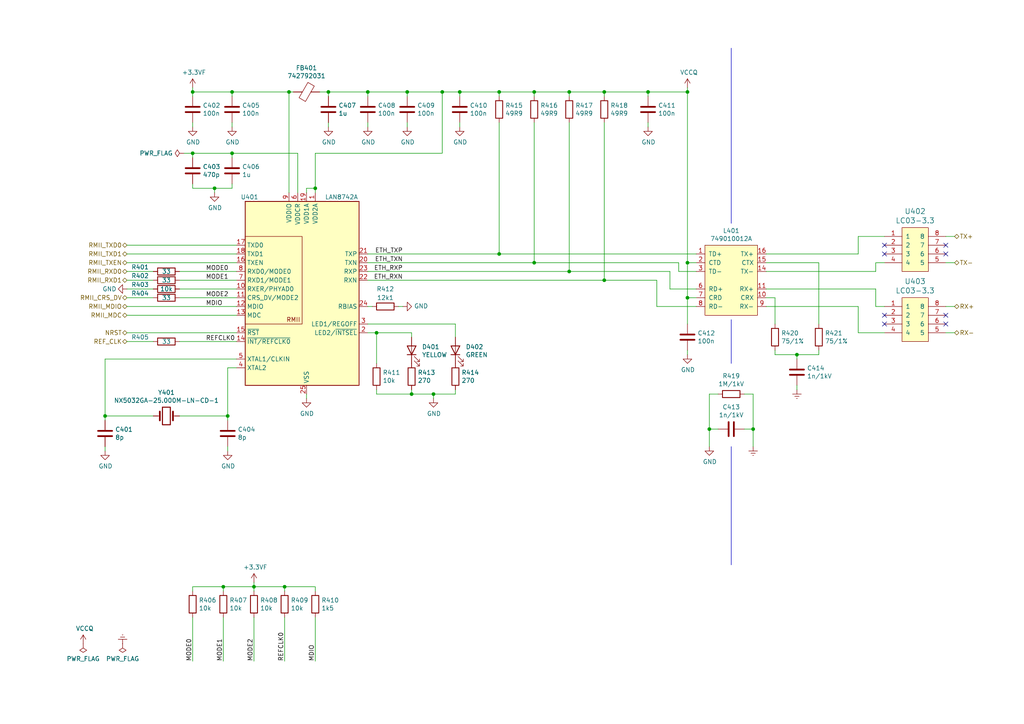
<source format=kicad_sch>
(kicad_sch (version 20231120) (generator "eeschema") (generator_version "8.0")
  (paper "A4")
  (title_block (title "Ethernet") (date "2020-03-07") (rev "1.0"))
  (lib_symbols
    (symbol "ADC_TEST:+3.3VF" (power) (pin_names (offset 0))
      (property "Value" "+3.3VF" (at 0 3.556 0))
      (symbol "+3.3VF_0_1"
        (polyline (pts (xy -0.762 1.27) (xy 0 2.54)))
        (polyline (pts (xy 0 0) (xy 0 2.54)))
        (polyline (pts (xy 0 2.54) (xy 0.762 1.27)))
      )
      (symbol "+3.3VF_1_1"
        (pin power_in line (at 0 0 90) (length 0) hide (name "+3.3VF") (number "1"))
      )
    )
    (symbol "ADC_TEST:749010012A" (pin_names (offset 1.016))
      (property "Reference" "L" (at 0 13.97 0))
      (property "Value" "749010012A" (at 0 11.43 0))
      (symbol "749010012A_0_1"
        (rectangle (start -7.62 10.16) (end 7.62 -10.16) (fill (type background)))
      )
      (symbol "749010012A_1_1"
        (pin bidirectional line (at -10.16 7.62 0) (length 2.54) (name "TD+") (number "1"))
        (pin bidirectional line (at 10.16 -5.08 180) (length 2.54) (name "CRX") (number "10"))
        (pin bidirectional line (at 10.16 -2.54 180) (length 2.54) (name "RX+") (number "11"))
        (pin bidirectional line (at 10.16 2.54 180) (length 2.54) (name "TX-") (number "14"))
        (pin bidirectional line (at 10.16 5.08 180) (length 2.54) (name "CTX") (number "15"))
        (pin bidirectional line (at 10.16 7.62 180) (length 2.54) (name "TX+") (number "16"))
        (pin passive line (at -10.16 5.08 0) (length 2.54) (name "CTD") (number "2"))
        (pin bidirectional line (at -10.16 2.54 0) (length 2.54) (name "TD-") (number "3"))
        (pin bidirectional line (at -10.16 -2.54 0) (length 2.54) (name "RD+") (number "6"))
        (pin passive line (at -10.16 -5.08 0) (length 2.54) (name "CRD") (number "7"))
        (pin bidirectional line (at -10.16 -7.62 0) (length 2.54) (name "RD-") (number "8"))
        (pin bidirectional line (at 10.16 -7.62 180) (length 2.54) (name "RX-") (number "9"))
      )
    )
    (symbol "ADC_TEST:LAN8742"
      (property "Reference" "U" (at -13.97 29.21 0))
      (property "Value" "LAN8742" (at 15.24 29.21 0))
      (symbol "LAN8742_0_0"
        (text "RMII" (at -3.81 -6.35 0) (effects (font (size 1.27 1.27))))
      )
      (symbol "LAN8742_0_1"
        (rectangle (start -17.78 17.78) (end -1.27 -7.62))
        (rectangle (start -17.78 27.94) (end 15.24 -25.4) (stroke (width 0.254)) (fill (type background)))
      )
      (symbol "LAN8742_1_1"
        (pin power_in line (at 2.54 30.48 270) (length 2.54) (name "VDD2A") (number "1"))
        (pin output line (at -20.32 2.54 0) (length 2.54) (name "RXER/PHYAD0") (number "10"))
        (pin output line (at -20.32 0 0) (length 2.54) (name "CRS_DV/MODE2") (number "11"))
        (pin bidirectional line (at -20.32 -2.54 0) (length 2.54) (name "MDIO") (number "12"))
        (pin input line (at -20.32 -5.08 0) (length 2.54) (name "MDC") (number "13"))
        (pin output line (at -20.32 -12.7 0) (length 2.54) (name "~{INT/REFCLK0}") (number "14"))
        (pin input line (at -20.32 -10.16 0) (length 2.54) (name "~{RST}") (number "15"))
        (pin input line (at -20.32 10.16 0) (length 2.54) (name "TXEN") (number "16"))
        (pin input line (at -20.32 15.24 0) (length 2.54) (name "TXD0") (number "17"))
        (pin input line (at -20.32 12.7 0) (length 2.54) (name "TXD1") (number "18"))
        (pin power_in line (at 0 30.48 270) (length 2.54) (name "VDD1A") (number "19"))
        (pin bidirectional line (at 17.78 -10.16 180) (length 2.54) (name "LED2/~{INTSEL}") (number "2"))
        (pin output line (at 17.78 10.16 180) (length 2.54) (name "TXN") (number "20"))
        (pin output line (at 17.78 12.7 180) (length 2.54) (name "TXP") (number "21"))
        (pin output line (at 17.78 5.08 180) (length 2.54) (name "RXN") (number "22"))
        (pin output line (at 17.78 7.62 180) (length 2.54) (name "RXP") (number "23"))
        (pin input line (at 17.78 -2.54 180) (length 2.54) (name "RBIAS") (number "24"))
        (pin passive line (at 0 -27.94 90) (length 2.54) (name "VSS") (number "25"))
        (pin bidirectional line (at 17.78 -7.62 180) (length 2.54) (name "LED1/REGOFF") (number "3"))
        (pin passive line (at -20.32 -20.32 0) (length 2.54) (name "XTAL2") (number "4"))
        (pin passive line (at -20.32 -17.78 0) (length 2.54) (name "XTAL1/CLKIN") (number "5"))
        (pin power_in line (at -2.54 30.48 270) (length 2.54) (name "VDDCR") (number "6"))
        (pin output line (at -20.32 5.08 0) (length 2.54) (name "RXD1/MODE1") (number "7"))
        (pin output line (at -20.32 7.62 0) (length 2.54) (name "RXD0/MODE0") (number "8"))
        (pin power_in line (at -5.08 30.48 270) (length 2.54) (name "VDDIO") (number "9"))
      )
    )
    (symbol "ADC_TEST:LC03-3.3" (pin_names (offset 1.016))
      (property "Reference" "U" (at -2.54 7.62 0))
      (property "Value" "LC03-3.3" (at 0 -8.255 0))
      (symbol "LC03-3.3_0_1"
        (rectangle (start -3.81 6.35) (end 3.81 -6.35) (fill (type background)))
        (rectangle (start 3.81 -6.35) (end 3.81 -6.35))
      )
      (symbol "LC03-3.3_1_1"
        (pin bidirectional line (at -8.89 3.81 0) (length 5.08) (name "1") (number "1"))
        (pin bidirectional line (at -8.89 1.27 0) (length 5.08) (name "2") (number "2"))
        (pin bidirectional line (at -8.89 -1.27 0) (length 5.08) (name "3") (number "3"))
        (pin bidirectional line (at -8.89 -3.81 0) (length 5.08) (name "4") (number "4"))
        (pin bidirectional line (at 8.89 -3.81 180) (length 5.08) (name "5") (number "5"))
        (pin bidirectional line (at 8.89 -1.27 180) (length 5.08) (name "6") (number "6"))
        (pin bidirectional line (at 8.89 1.27 180) (length 5.08) (name "7") (number "7"))
        (pin bidirectional line (at 8.89 3.81 180) (length 5.08) (name "8") (number "8"))
      )
    )
    (symbol "ADC_Test-rescue:Ferrite_Bead-Device" (pin_numbers hide) (pin_names (offset 0))
      (property "Reference" "FB" (at -3.81 0.635 90))
      (property "Value" "Device_Ferrite_Bead" (at 3.81 0 90))
      (symbol "Ferrite_Bead-Device_0_1"
        (polyline (pts (xy 0 -1.27) (xy 0 -1.2192)))
        (polyline (pts (xy 0 1.27) (xy 0 1.2954)))
        (polyline (pts (xy -2.7686 0.4064) (xy -1.7018 2.2606) (xy 2.7686 -0.3048) (xy 1.6764 -2.159) (xy -2.7686 0.4064)))
      )
      (symbol "Ferrite_Bead-Device_1_1"
        (pin passive line (at 0 3.81 270) (length 2.54) (name "~") (number "1"))
        (pin passive line (at 0 -3.81 90) (length 2.54) (name "~") (number "2"))
      )
    )
    (symbol "Device:C" (pin_numbers hide) (pin_names (offset 0.254))
      (property "Reference" "C" (at 0.635 2.54 0))
      (property "Value" "C" (at 0.635 -2.54 0))
      (symbol "C_0_1"
        (polyline (pts (xy -2.032 -0.762) (xy 2.032 -0.762)) (stroke (width 0.508)))
        (polyline (pts (xy -2.032 0.762) (xy 2.032 0.762)) (stroke (width 0.508)))
      )
      (symbol "C_1_1"
        (pin passive line (at 0 3.81 270) (length 2.794) (name "~") (number "1"))
        (pin passive line (at 0 -3.81 90) (length 2.794) (name "~") (number "2"))
      )
    )
    (symbol "Device:Crystal" (pin_numbers hide) (pin_names (offset 1.016) hide)
      (property "Reference" "Y" (at 0 3.81 0))
      (property "Value" "Crystal" (at 0 -3.81 0))
      (symbol "Crystal_0_1"
        (rectangle (start -1.143 2.54) (end 1.143 -2.54) (stroke (width 0.3048)))
        (polyline (pts (xy -2.54 0) (xy -1.905 0)))
        (polyline (pts (xy -1.905 -1.27) (xy -1.905 1.27)) (stroke (width 0.508)))
        (polyline (pts (xy 1.905 -1.27) (xy 1.905 1.27)) (stroke (width 0.508)))
        (polyline (pts (xy 2.54 0) (xy 1.905 0)))
      )
      (symbol "Crystal_1_1"
        (pin passive line (at -3.81 0 0) (length 1.27) (name "1") (number "1"))
        (pin passive line (at 3.81 0 180) (length 1.27) (name "2") (number "2"))
      )
    )
    (symbol "Device:LED" (pin_numbers hide) (pin_names (offset 1.016) hide)
      (property "Reference" "D" (at 0 2.54 0))
      (property "Value" "LED" (at 0 -2.54 0))
      (symbol "LED_0_1"
        (polyline (pts (xy -1.27 -1.27) (xy -1.27 1.27)) (stroke (width 0.254)))
        (polyline (pts (xy -1.27 0) (xy 1.27 0)))
        (polyline (pts (xy 1.27 -1.27) (xy 1.27 1.27) (xy -1.27 0) (xy 1.27 -1.27)) (stroke (width 0.254)))
        (polyline (pts (xy -3.048 -0.762) (xy -4.572 -2.286) (xy -3.81 -2.286) (xy -4.572 -2.286) (xy -4.572 -1.524)))
        (polyline (pts (xy -1.778 -0.762) (xy -3.302 -2.286) (xy -2.54 -2.286) (xy -3.302 -2.286) (xy -3.302 -1.524)))
      )
      (symbol "LED_1_1"
        (pin passive line (at -3.81 0 0) (length 2.54) (name "K") (number "1"))
        (pin passive line (at 3.81 0 180) (length 2.54) (name "A") (number "2"))
      )
    )
    (symbol "Device:R" (pin_numbers hide) (pin_names (offset 0))
      (property "Reference" "R" (at 2.032 0 90))
      (property "Value" "R" (at 0 0 90))
      (symbol "R_0_1"
        (rectangle (start -1.016 -2.54) (end 1.016 2.54) (stroke (width 0.254)))
      )
      (symbol "R_1_1"
        (pin passive line (at 0 3.81 270) (length 1.27) (name "~") (number "1"))
        (pin passive line (at 0 -3.81 90) (length 1.27) (name "~") (number "2"))
      )
    )
    (symbol "power:Earth" (power) (pin_names (offset 0))
      (symbol "Earth_0_1"
        (polyline (pts (xy -0.635 -1.905) (xy 0.635 -1.905)))
        (polyline (pts (xy -0.127 -2.54) (xy 0.127 -2.54)))
        (polyline (pts (xy 0 -1.27) (xy 0 0)))
        (polyline (pts (xy 1.27 -1.27) (xy -1.27 -1.27)))
      )
      (symbol "Earth_1_1"
        (pin power_in line (at 0 0 270) (length 0) hide (name "Earth") (number "1"))
      )
    )
    (symbol "power:GND" (power) (pin_names (offset 0))
      (property "Value" "GND" (at 0 -3.81 0))
      (symbol "GND_0_1"
        (polyline (pts (xy 0 0) (xy 0 -1.27) (xy 1.27 -1.27) (xy 0 -2.54) (xy -1.27 -1.27) (xy 0 -1.27)))
      )
      (symbol "GND_1_1"
        (pin power_in line (at 0 0 270) (length 0) hide (name "GND") (number "1"))
      )
    )
    (symbol "power:PWR_FLAG" (power) (pin_numbers hide) (pin_names (offset 0) hide)
      (property "Value" "PWR_FLAG" (at 0 3.81 0))
      (symbol "PWR_FLAG_0_0"
        (pin power_out line (at 0 0 90) (length 0) (name "pwr") (number "1"))
      )
      (symbol "PWR_FLAG_0_1"
        (polyline (pts (xy 0 0) (xy 0 1.27) (xy -1.016 1.905) (xy 0 2.54) (xy 1.016 1.905) (xy 0 1.27)))
      )
    )
    (symbol "power:VCCQ" (power) (pin_names (offset 0))
      (property "Value" "VCCQ" (at 0 3.81 0))
      (symbol "VCCQ_0_1"
        (polyline (pts (xy -0.762 1.27) (xy 0 2.54)))
        (polyline (pts (xy 0 0) (xy 0 2.54)))
        (polyline (pts (xy 0 2.54) (xy 0.762 1.27)))
      )
      (symbol "VCCQ_1_1"
        (pin power_in line (at 0 0 90) (length 0) hide (name "VCCQ") (number "1"))
      )
    )
  )
  (junction (at 55.88 26.67))
  (junction (at 144.78 26.67))
  (junction (at 175.26 26.67))
  (junction (at 67.31 44.45))
  (junction (at 118.11 26.67))
  (junction (at 125.73 114.3))
  (junction (at 199.39 26.67))
  (junction (at 62.23 54.61))
  (junction (at 218.44 124.46))
  (junction (at 91.44 54.61))
  (junction (at 95.25 26.67))
  (junction (at 205.74 124.46))
  (junction (at 106.68 26.67))
  (junction (at 175.26 81.28))
  (junction (at 128.27 26.67))
  (junction (at 199.39 76.2))
  (junction (at 165.1 78.74))
  (junction (at 66.04 120.65))
  (junction (at 82.55 170.18))
  (junction (at 109.22 96.52))
  (junction (at 67.31 26.67))
  (junction (at 64.77 170.18))
  (junction (at 165.1 26.67))
  (junction (at 55.88 44.45))
  (junction (at 73.66 170.18))
  (junction (at 231.14 102.87))
  (junction (at 154.94 26.67))
  (junction (at 199.39 86.36))
  (junction (at 83.82 26.67))
  (junction (at 154.94 76.2))
  (junction (at 187.96 26.67))
  (junction (at 119.38 114.3))
  (junction (at 133.35 26.67))
  (junction (at 30.48 120.65))
  (junction (at 144.78 73.66))
  (no_connect (at 274.32 91.44))
  (no_connect (at 274.32 71.12))
  (no_connect (at 256.54 71.12))
  (no_connect (at 256.54 93.98))
  (no_connect (at 274.32 93.98))
  (no_connect (at 256.54 73.66))
  (no_connect (at 256.54 91.44))
  (no_connect (at 274.32 73.66))
  (wire (pts (xy 64.77 171.45) (xy 64.77 170.18)))
  (wire (pts (xy 55.88 27.94) (xy 55.88 26.67)))
  (wire (pts (xy 224.79 101.6) (xy 224.79 102.87)))
  (wire (pts (xy 187.96 36.83) (xy 187.96 35.56)))
  (wire (pts (xy 36.83 88.9) (xy 68.58 88.9)))
  (wire (pts (xy 52.07 120.65) (xy 66.04 120.65)))
  (wire (pts (xy 30.48 104.14) (xy 30.48 120.65)))
  (wire (pts (xy 205.74 129.54) (xy 205.74 124.46)))
  (wire (pts (xy 52.07 78.74) (xy 68.58 78.74)))
  (wire (pts (xy 91.44 44.45) (xy 128.27 44.45)))
  (wire (pts (xy 154.94 27.94) (xy 154.94 26.67)))
  (wire (pts (xy 194.31 83.82) (xy 201.93 83.82)))
  (wire (pts (xy 44.45 78.74) (xy 36.83 78.74)))
  (wire (pts (xy 165.1 78.74) (xy 194.31 78.74)))
  (wire (pts (xy 82.55 171.45) (xy 82.55 170.18)))
  (wire (pts (xy 36.83 73.66) (xy 68.58 73.66)))
  (wire (pts (xy 274.32 96.52) (xy 276.86 96.52)))
  (wire (pts (xy 55.88 171.45) (xy 55.88 170.18)))
  (wire (pts (xy 144.78 35.56) (xy 144.78 73.66)))
  (wire (pts (xy 52.07 86.36) (xy 68.58 86.36)))
  (wire (pts (xy 55.88 36.83) (xy 55.88 35.56)))
  (wire (pts (xy 62.23 55.88) (xy 62.23 54.61)))
  (wire (pts (xy 64.77 179.07) (xy 64.77 191.77)))
  (polyline (pts (xy 212.09 105.41) (xy 212.09 92.71)))
  (wire (pts (xy 218.44 129.54) (xy 218.44 124.46)))
  (wire (pts (xy 73.66 168.91) (xy 73.66 170.18)))
  (wire (pts (xy 88.9 55.88) (xy 88.9 54.61)))
  (wire (pts (xy 231.14 104.14) (xy 231.14 102.87)))
  (wire (pts (xy 109.22 96.52) (xy 119.38 96.52)))
  (wire (pts (xy 196.85 78.74) (xy 201.93 78.74)))
  (wire (pts (xy 106.68 93.98) (xy 132.08 93.98)))
  (wire (pts (xy 36.83 91.44) (xy 68.58 91.44)))
  (wire (pts (xy 215.9 114.3) (xy 218.44 114.3)))
  (wire (pts (xy 30.48 120.65) (xy 44.45 120.65)))
  (wire (pts (xy 144.78 27.94) (xy 144.78 26.67)))
  (wire (pts (xy 73.66 170.18) (xy 73.66 171.45)))
  (wire (pts (xy 119.38 114.3) (xy 109.22 114.3)))
  (wire (pts (xy 190.5 88.9) (xy 201.93 88.9)))
  (wire (pts (xy 55.88 54.61) (xy 62.23 54.61)))
  (wire (pts (xy 55.88 26.67) (xy 67.31 26.67)))
  (wire (pts (xy 199.39 76.2) (xy 201.93 76.2)))
  (wire (pts (xy 237.49 93.98) (xy 237.49 76.2)))
  (wire (pts (xy 67.31 44.45) (xy 86.36 44.45)))
  (wire (pts (xy 95.25 26.67) (xy 92.71 26.67)))
  (wire (pts (xy 55.88 44.45) (xy 67.31 44.45)))
  (wire (pts (xy 55.88 25.4) (xy 55.88 26.67)))
  (wire (pts (xy 205.74 114.3) (xy 205.74 124.46)))
  (wire (pts (xy 67.31 27.94) (xy 67.31 26.67)))
  (wire (pts (xy 190.5 81.28) (xy 190.5 88.9)))
  (wire (pts (xy 91.44 170.18) (xy 82.55 170.18)))
  (wire (pts (xy 66.04 120.65) (xy 66.04 106.68)))
  (wire (pts (xy 106.68 26.67) (xy 95.25 26.67)))
  (wire (pts (xy 83.82 55.88) (xy 83.82 26.67)))
  (wire (pts (xy 107.95 88.9) (xy 106.68 88.9)))
  (wire (pts (xy 106.68 76.2) (xy 154.94 76.2)))
  (wire (pts (xy 254 83.82) (xy 254 88.9)))
  (wire (pts (xy 118.11 27.94) (xy 118.11 26.67)))
  (wire (pts (xy 52.07 81.28) (xy 68.58 81.28)))
  (wire (pts (xy 248.92 68.58) (xy 256.54 68.58)))
  (wire (pts (xy 154.94 26.67) (xy 165.1 26.67)))
  (wire (pts (xy 154.94 76.2) (xy 196.85 76.2)))
  (wire (pts (xy 82.55 170.18) (xy 73.66 170.18)))
  (wire (pts (xy 119.38 113.03) (xy 119.38 114.3)))
  (wire (pts (xy 208.28 114.3) (xy 205.74 114.3)))
  (wire (pts (xy 91.44 54.61) (xy 91.44 44.45)))
  (wire (pts (xy 106.68 96.52) (xy 109.22 96.52)))
  (wire (pts (xy 231.14 111.76) (xy 231.14 113.03)))
  (wire (pts (xy 109.22 114.3) (xy 109.22 113.03)))
  (wire (pts (xy 73.66 179.07) (xy 73.66 191.77)))
  (wire (pts (xy 66.04 106.68) (xy 68.58 106.68)))
  (wire (pts (xy 132.08 97.79) (xy 132.08 93.98)))
  (wire (pts (xy 67.31 26.67) (xy 83.82 26.67)))
  (wire (pts (xy 83.82 26.67) (xy 85.09 26.67)))
  (wire (pts (xy 187.96 26.67) (xy 199.39 26.67)))
  (wire (pts (xy 248.92 88.9) (xy 248.92 96.52)))
  (wire (pts (xy 106.68 78.74) (xy 165.1 78.74)))
  (wire (pts (xy 199.39 26.67) (xy 199.39 76.2)))
  (wire (pts (xy 64.77 170.18) (xy 73.66 170.18)))
  (wire (pts (xy 165.1 26.67) (xy 175.26 26.67)))
  (wire (pts (xy 218.44 124.46) (xy 215.9 124.46)))
  (wire (pts (xy 55.88 44.45) (xy 55.88 45.72)))
  (wire (pts (xy 254 78.74) (xy 254 76.2)))
  (wire (pts (xy 231.14 102.87) (xy 237.49 102.87)))
  (wire (pts (xy 62.23 54.61) (xy 67.31 54.61)))
  (wire (pts (xy 254 76.2) (xy 256.54 76.2)))
  (wire (pts (xy 224.79 93.98) (xy 224.79 86.36)))
  (wire (pts (xy 154.94 35.56) (xy 154.94 76.2)))
  (wire (pts (xy 67.31 36.83) (xy 67.31 35.56)))
  (wire (pts (xy 53.34 44.45) (xy 55.88 44.45)))
  (wire (pts (xy 175.26 81.28) (xy 190.5 81.28)))
  (wire (pts (xy 52.07 83.82) (xy 68.58 83.82)))
  (wire (pts (xy 36.83 83.82) (xy 44.45 83.82)))
  (wire (pts (xy 144.78 73.66) (xy 201.93 73.66)))
  (wire (pts (xy 199.39 102.87) (xy 199.39 101.6)))
  (wire (pts (xy 91.44 54.61) (xy 91.44 55.88)))
  (wire (pts (xy 55.88 179.07) (xy 55.88 191.77)))
  (wire (pts (xy 199.39 86.36) (xy 201.93 86.36)))
  (wire (pts (xy 52.07 99.06) (xy 68.58 99.06)))
  (wire (pts (xy 30.48 121.92) (xy 30.48 120.65)))
  (wire (pts (xy 248.92 73.66) (xy 248.92 68.58)))
  (wire (pts (xy 133.35 27.94) (xy 133.35 26.67)))
  (wire (pts (xy 67.31 45.72) (xy 67.31 44.45)))
  (wire (pts (xy 125.73 114.3) (xy 132.08 114.3)))
  (wire (pts (xy 66.04 121.92) (xy 66.04 120.65)))
  (wire (pts (xy 237.49 102.87) (xy 237.49 101.6)))
  (wire (pts (xy 175.26 35.56) (xy 175.26 81.28)))
  (wire (pts (xy 237.49 76.2) (xy 222.25 76.2)))
  (wire (pts (xy 82.55 179.07) (xy 82.55 191.77)))
  (wire (pts (xy 36.83 96.52) (xy 68.58 96.52)))
  (wire (pts (xy 36.83 71.12) (xy 68.58 71.12)))
  (wire (pts (xy 165.1 35.56) (xy 165.1 78.74)))
  (wire (pts (xy 106.68 36.83) (xy 106.68 35.56)))
  (wire (pts (xy 36.83 81.28) (xy 44.45 81.28)))
  (wire (pts (xy 274.32 88.9) (xy 276.86 88.9)))
  (wire (pts (xy 30.48 129.54) (xy 30.48 130.81)))
  (wire (pts (xy 67.31 54.61) (xy 67.31 53.34)))
  (wire (pts (xy 196.85 76.2) (xy 196.85 78.74)))
  (wire (pts (xy 132.08 114.3) (xy 132.08 113.03)))
  (wire (pts (xy 119.38 97.79) (xy 119.38 96.52)))
  (wire (pts (xy 133.35 36.83) (xy 133.35 35.56)))
  (wire (pts (xy 133.35 26.67) (xy 144.78 26.67)))
  (wire (pts (xy 95.25 27.94) (xy 95.25 26.67)))
  (wire (pts (xy 36.83 76.2) (xy 68.58 76.2)))
  (wire (pts (xy 222.25 78.74) (xy 254 78.74)))
  (wire (pts (xy 119.38 114.3) (xy 125.73 114.3)))
  (wire (pts (xy 274.32 68.58) (xy 276.86 68.58)))
  (wire (pts (xy 194.31 78.74) (xy 194.31 83.82)))
  (wire (pts (xy 222.25 83.82) (xy 254 83.82)))
  (wire (pts (xy 199.39 93.98) (xy 199.39 86.36)))
  (wire (pts (xy 91.44 179.07) (xy 91.44 191.77)))
  (wire (pts (xy 68.58 104.14) (xy 30.48 104.14)))
  (wire (pts (xy 36.83 86.36) (xy 44.45 86.36)))
  (wire (pts (xy 199.39 86.36) (xy 199.39 76.2)))
  (wire (pts (xy 95.25 36.83) (xy 95.25 35.56)))
  (wire (pts (xy 106.68 27.94) (xy 106.68 26.67)))
  (wire (pts (xy 86.36 44.45) (xy 86.36 55.88)))
  (wire (pts (xy 118.11 36.83) (xy 118.11 35.56)))
  (wire (pts (xy 254 88.9) (xy 256.54 88.9)))
  (wire (pts (xy 55.88 170.18) (xy 64.77 170.18)))
  (wire (pts (xy 55.88 53.34) (xy 55.88 54.61)))
  (wire (pts (xy 248.92 96.52) (xy 256.54 96.52)))
  (wire (pts (xy 175.26 26.67) (xy 187.96 26.67)))
  (wire (pts (xy 224.79 102.87) (xy 231.14 102.87)))
  (wire (pts (xy 128.27 44.45) (xy 128.27 26.67)))
  (wire (pts (xy 109.22 105.41) (xy 109.22 96.52)))
  (wire (pts (xy 222.25 73.66) (xy 248.92 73.66)))
  (wire (pts (xy 66.04 130.81) (xy 66.04 129.54)))
  (polyline (pts (xy 212.09 163.83) (xy 212.09 129.54)))
  (wire (pts (xy 205.74 124.46) (xy 208.28 124.46)))
  (wire (pts (xy 187.96 27.94) (xy 187.96 26.67)))
  (wire (pts (xy 106.68 73.66) (xy 144.78 73.66)))
  (wire (pts (xy 116.84 88.9) (xy 115.57 88.9)))
  (wire (pts (xy 128.27 26.67) (xy 133.35 26.67)))
  (wire (pts (xy 274.32 76.2) (xy 276.86 76.2)))
  (wire (pts (xy 88.9 54.61) (xy 91.44 54.61)))
  (wire (pts (xy 175.26 27.94) (xy 175.26 26.67)))
  (wire (pts (xy 106.68 81.28) (xy 175.26 81.28)))
  (polyline (pts (xy 212.09 64.77) (xy 212.09 13.97)))
  (wire (pts (xy 118.11 26.67) (xy 106.68 26.67)))
  (wire (pts (xy 125.73 115.57) (xy 125.73 114.3)))
  (wire (pts (xy 91.44 171.45) (xy 91.44 170.18)))
  (wire (pts (xy 222.25 88.9) (xy 248.92 88.9)))
  (wire (pts (xy 88.9 115.57) (xy 88.9 114.3)))
  (wire (pts (xy 199.39 25.4) (xy 199.39 26.67)))
  (wire (pts (xy 165.1 27.94) (xy 165.1 26.67)))
  (wire (pts (xy 128.27 26.67) (xy 118.11 26.67)))
  (wire (pts (xy 36.83 99.06) (xy 44.45 99.06)))
  (wire (pts (xy 144.78 26.67) (xy 154.94 26.67)))
  (wire (pts (xy 218.44 114.3) (xy 218.44 124.46)))
  (wire (pts (xy 224.79 86.36) (xy 222.25 86.36)))
  (label "MODE1" (at 59.69 81.28 0))
  (label "ETH_TXP" (at 116.84 73.66 180))
  (label "ETH_RXP" (at 116.84 78.74 180))
  (label "MDIO" (at 59.69 88.9 0))
  (label "ETH_RXN" (at 116.84 81.28 180))
  (label "MDIO" (at 91.44 191.77 90))
  (label "MODE2" (at 59.69 86.36 0))
  (label "MODE0" (at 55.88 191.77 90))
  (label "REFCLK0" (at 82.55 191.77 90))
  (label "ETH_TXN" (at 116.84 76.2 180))
  (label "MODE0" (at 59.69 78.74 0))
  (label "MODE1" (at 64.77 191.77 90))
  (label "MODE2" (at 73.66 191.77 90))
  (label "REFCLK0" (at 59.69 99.06 0))
  (hierarchical_label "RX+" (shape bidirectional) (at 276.86 88.9 0))
  (hierarchical_label "RMII_TXD1" (shape bidirectional) (at 36.83 73.66 180))
  (hierarchical_label "NRST" (shape bidirectional) (at 36.83 96.52 180))
  (hierarchical_label "RMII_CRS_DV" (shape bidirectional) (at 36.83 86.36 180))
  (hierarchical_label "REF_CLK" (shape bidirectional) (at 36.83 99.06 180))
  (hierarchical_label "TX+" (shape bidirectional) (at 276.86 68.58 0))
  (hierarchical_label "RMII_RXD1" (shape bidirectional) (at 36.83 81.28 180))
  (hierarchical_label "RMII_TXEN" (shape bidirectional) (at 36.83 76.2 180))
  (hierarchical_label "RMII_MDC" (shape bidirectional) (at 36.83 91.44 180))
  (hierarchical_label "RMII_TXD0" (shape bidirectional) (at 36.83 71.12 180))
  (hierarchical_label "RMII_MDIO" (shape bidirectional) (at 36.83 88.9 180))
  (hierarchical_label "TX-" (shape bidirectional) (at 276.86 76.2 0))
  (hierarchical_label "RX-" (shape bidirectional) (at 276.86 96.52 0))
  (hierarchical_label "RMII_RXD0" (shape bidirectional) (at 36.83 78.74 180))
  (symbol (lib_id "ADC_TEST:LAN8742") (at 88.9 86.36 0) (unit 1)
    (property "Reference" "U401" (at 72.39 57.15 0))
    (property "Value" "LAN8742A" (at 99.06 57.15 0))
    (property "Footprint" "Package_DFN_QFN:QFN-24-1EP_4x4mm_P0.5mm_EP2.6x2.6mm_ThermalVias" (effects (hide yes)))
    (property "Datasheet" "http://ww1.microchip.com/downloads/en/DeviceDoc/8720a.pdf" (effects (hide yes)))
  )
  (symbol (lib_id "Device:R") (at 111.76 88.9 270) (unit 1)
    (property "Reference" "R412" (at 111.76 83.82 90))
    (property "Value" "12k1" (at 111.76 86.36 90))
    (property "Footprint" "Resistor_SMD:R_0603_1608Metric_Pad1.05x0.95mm_HandSolder" (effects (hide yes)))
  )
  (symbol (lib_id "Device:LED") (at 119.38 101.6 90) (unit 1)
    (property "Reference" "D401" (at 122.3772 100.6094 90) (effects (justify right)))
    (property "Value" "YELLOW" (at 122.3772 102.9208 90) (effects (justify right)))
    (property "Footprint" "LED_SMD:LED_0603_1608Metric_Pad1.05x0.95mm_HandSolder" (effects (hide yes)))
  )
  (symbol (lib_id "Device:LED") (at 132.08 101.6 90) (unit 1)
    (property "Reference" "D402" (at 135.0772 100.6094 90) (effects (justify right)))
    (property "Value" "GREEN" (at 135.0772 102.9208 90) (effects (justify right)))
    (property "Footprint" "LED_SMD:LED_0603_1608Metric_Pad1.05x0.95mm_HandSolder" (effects (hide yes)))
  )
  (symbol (lib_id "Device:R") (at 119.38 109.22 0) (unit 1)
    (property "Reference" "R413" (at 121.158 108.0516 0) (effects (justify left)))
    (property "Value" "270" (at 121.158 110.363 0) (effects (justify left)))
    (property "Footprint" "Resistor_SMD:R_0603_1608Metric_Pad1.05x0.95mm_HandSolder" (effects (hide yes)))
  )
  (symbol (lib_id "Device:R") (at 132.08 109.22 0) (unit 1)
    (property "Reference" "R414" (at 133.858 108.0516 0) (effects (justify left)))
    (property "Value" "270" (at 133.858 110.363 0) (effects (justify left)))
    (property "Footprint" "Resistor_SMD:R_0603_1608Metric_Pad1.05x0.95mm_HandSolder" (effects (hide yes)))
  )
  (symbol (lib_id "Device:C") (at 55.88 49.53 0) (unit 1)
    (property "Reference" "C403" (at 58.801 48.3616 0) (effects (justify left)))
    (property "Value" "470p" (at 58.801 50.673 0) (effects (justify left)))
    (property "Footprint" "Capacitor_SMD:C_0603_1608Metric_Pad1.05x0.95mm_HandSolder" (effects (hide yes)))
  )
  (symbol (lib_id "Device:C") (at 67.31 49.53 0) (unit 1)
    (property "Reference" "C406" (at 70.231 48.3616 0) (effects (justify left)))
    (property "Value" "1u" (at 70.231 50.673 0) (effects (justify left)))
    (property "Footprint" "Capacitor_SMD:C_0603_1608Metric_Pad1.05x0.95mm_HandSolder" (effects (hide yes)))
  )
  (symbol (lib_id "power:PWR_FLAG") (at 53.34 44.45 90) (unit 1)
    (property "Reference" "#FLG0403" (effects (hide yes)))
    (property "Value" "PWR_FLAG" (at 50.1142 44.45 90) (effects (justify left)))
  )
  (symbol (lib_id "ADC_TEST:749010012A") (at 212.09 81.28 0) (unit 1)
    (property "Reference" "L401" (at 212.09 66.929 0))
    (property "Value" "749010012A" (at 212.09 69.2404 0))
    (property "Footprint" "ADC_TEST:749010012A" (effects (hide yes)))
  )
  (symbol (lib_id "Device:C") (at 199.39 97.79 0) (unit 1)
    (property "Reference" "C412" (at 202.311 96.6216 0) (effects (justify left)))
    (property "Value" "100n" (at 202.311 98.933 0) (effects (justify left)))
    (property "Footprint" "Capacitor_SMD:C_0603_1608Metric_Pad1.05x0.95mm_HandSolder" (effects (hide yes)))
  )
  (symbol (lib_id "Device:R") (at 224.79 97.79 0) (unit 1)
    (property "Reference" "R420" (at 226.568 96.6216 0) (effects (justify left)))
    (property "Value" "75/1%" (at 226.568 98.933 0) (effects (justify left)))
    (property "Footprint" "Resistor_SMD:R_0603_1608Metric_Pad1.05x0.95mm_HandSolder" (effects (hide yes)))
  )
  (symbol (lib_id "Device:R") (at 237.49 97.79 0) (unit 1)
    (property "Reference" "R421" (at 239.268 96.6216 0) (effects (justify left)))
    (property "Value" "75/1%" (at 239.268 98.933 0) (effects (justify left)))
    (property "Footprint" "Resistor_SMD:R_0603_1608Metric_Pad1.05x0.95mm_HandSolder" (effects (hide yes)))
  )
  (symbol (lib_id "Device:C") (at 231.14 107.95 0) (unit 1)
    (property "Reference" "C414" (at 234.061 106.7816 0) (effects (justify left)))
    (property "Value" "1n/1kV" (at 234.061 109.093 0) (effects (justify left)))
    (property "Footprint" "Capacitor_SMD:C_1206_3216Metric_Pad1.42x1.75mm_HandSolder" (effects (hide yes)))
  )
  (symbol (lib_id "power:Earth") (at 231.14 113.03 0) (unit 1)
    (property "Reference" "#PWR0423" (effects (hide yes)))
    (property "Value" "Earth" (effects (hide yes)))
  )
  (symbol (lib_id "Device:R") (at 212.09 114.3 270) (unit 1)
    (property "Reference" "R419" (at 212.09 109.0422 90))
    (property "Value" "1M/1kV" (at 212.09 111.3536 90))
    (property "Footprint" "Resistor_SMD:R_1206_3216Metric_Pad1.42x1.75mm_HandSolder" (effects (hide yes)))
  )
  (symbol (lib_id "Device:C") (at 212.09 124.46 270) (unit 1)
    (property "Reference" "C413" (at 212.09 118.0592 90))
    (property "Value" "1n/1kV" (at 212.09 120.3706 90))
    (property "Footprint" "Capacitor_SMD:C_1206_3216Metric_Pad1.42x1.75mm_HandSolder" (effects (hide yes)))
  )
  (symbol (lib_id "power:Earth") (at 218.44 129.54 0) (unit 1)
    (property "Reference" "#PWR0422" (effects (hide yes)))
    (property "Value" "Earth" (effects (hide yes)))
  )
  (symbol (lib_id "ADC_TEST:LC03-3.3") (at 265.43 72.39 0) (unit 1)
    (property "Reference" "U402" (at 265.43 61.2902 0) (effects (font (size 1.524 1.524))))
    (property "Value" "LC03-3.3" (at 265.43 63.9826 0) (effects (font (size 1.524 1.524))))
    (property "Footprint" "ADC_TEST:SO8E" (effects (hide yes)))
  )
  (symbol (lib_id "ADC_TEST:LC03-3.3") (at 265.43 92.71 0) (unit 1)
    (property "Reference" "U403" (at 265.43 81.6102 0) (effects (font (size 1.524 1.524))))
    (property "Value" "LC03-3.3" (at 265.43 84.3026 0) (effects (font (size 1.524 1.524))))
    (property "Footprint" "ADC_TEST:SO8E" (effects (hide yes)))
  )
  (symbol (lib_id "Device:C") (at 55.88 31.75 0) (unit 1)
    (property "Reference" "C402" (at 58.801 30.5816 0) (effects (justify left)))
    (property "Value" "100n" (at 58.801 32.893 0) (effects (justify left)))
    (property "Footprint" "Capacitor_SMD:C_0603_1608Metric_Pad1.05x0.95mm_HandSolder" (effects (hide yes)))
  )
  (symbol (lib_id "Device:C") (at 67.31 31.75 0) (unit 1)
    (property "Reference" "C405" (at 70.231 30.5816 0) (effects (justify left)))
    (property "Value" "100n" (at 70.231 32.893 0) (effects (justify left)))
    (property "Footprint" "Capacitor_SMD:C_0603_1608Metric_Pad1.05x0.95mm_HandSolder" (effects (hide yes)))
  )
  (symbol (lib_id "ADC_Test-rescue:Ferrite_Bead-Device") (at 88.9 26.67 270) (unit 1)
    (property "Reference" "FB401" (at 88.9 19.7104 90))
    (property "Value" "742792031" (at 88.9 22.0218 90))
    (property "Footprint" "Inductor_SMD:L_0805_2012Metric_Pad1.15x1.40mm_HandSolder" (effects (hide yes)))
  )
  (symbol (lib_id "Device:C") (at 95.25 31.75 0) (unit 1)
    (property "Reference" "C407" (at 98.171 30.5816 0) (effects (justify left)))
    (property "Value" "1u" (at 98.171 32.893 0) (effects (justify left)))
    (property "Footprint" "Capacitor_SMD:C_0603_1608Metric_Pad1.05x0.95mm_HandSolder" (effects (hide yes)))
  )
  (symbol (lib_id "Device:C") (at 106.68 31.75 0) (unit 1)
    (property "Reference" "C408" (at 109.601 30.5816 0) (effects (justify left)))
    (property "Value" "100n" (at 109.601 32.893 0) (effects (justify left)))
    (property "Footprint" "Capacitor_SMD:C_0603_1608Metric_Pad1.05x0.95mm_HandSolder" (effects (hide yes)))
  )
  (symbol (lib_id "Device:C") (at 118.11 31.75 0) (unit 1)
    (property "Reference" "C409" (at 121.031 30.5816 0) (effects (justify left)))
    (property "Value" "100n" (at 121.031 32.893 0) (effects (justify left)))
    (property "Footprint" "Capacitor_SMD:C_0603_1608Metric_Pad1.05x0.95mm_HandSolder" (effects (hide yes)))
  )
  (symbol (lib_id "Device:C") (at 133.35 31.75 0) (unit 1)
    (property "Reference" "C410" (at 136.271 30.5816 0) (effects (justify left)))
    (property "Value" "100n" (at 136.271 32.893 0) (effects (justify left)))
    (property "Footprint" "Capacitor_SMD:C_0603_1608Metric_Pad1.05x0.95mm_HandSolder" (effects (hide yes)))
  )
  (symbol (lib_id "Device:R") (at 144.78 31.75 0) (unit 1)
    (property "Reference" "R415" (at 146.558 30.5816 0) (effects (justify left)))
    (property "Value" "49R9" (at 146.558 32.893 0) (effects (justify left)))
    (property "Footprint" "Resistor_SMD:R_0603_1608Metric_Pad1.05x0.95mm_HandSolder" (effects (hide yes)))
  )
  (symbol (lib_id "Device:R") (at 154.94 31.75 0) (unit 1)
    (property "Reference" "R416" (at 156.718 30.5816 0) (effects (justify left)))
    (property "Value" "49R9" (at 156.718 32.893 0) (effects (justify left)))
    (property "Footprint" "Resistor_SMD:R_0603_1608Metric_Pad1.05x0.95mm_HandSolder" (effects (hide yes)))
  )
  (symbol (lib_id "Device:R") (at 165.1 31.75 0) (unit 1)
    (property "Reference" "R417" (at 166.878 30.5816 0) (effects (justify left)))
    (property "Value" "49R9" (at 166.878 32.893 0) (effects (justify left)))
    (property "Footprint" "Resistor_SMD:R_0603_1608Metric_Pad1.05x0.95mm_HandSolder" (effects (hide yes)))
  )
  (symbol (lib_id "Device:R") (at 175.26 31.75 0) (unit 1)
    (property "Reference" "R418" (at 177.038 30.5816 0) (effects (justify left)))
    (property "Value" "49R9" (at 177.038 32.893 0) (effects (justify left)))
    (property "Footprint" "Resistor_SMD:R_0603_1608Metric_Pad1.05x0.95mm_HandSolder" (effects (hide yes)))
  )
  (symbol (lib_id "Device:C") (at 187.96 31.75 0) (unit 1)
    (property "Reference" "C411" (at 190.881 30.5816 0) (effects (justify left)))
    (property "Value" "100n" (at 190.881 32.893 0) (effects (justify left)))
    (property "Footprint" "Capacitor_SMD:C_0603_1608Metric_Pad1.05x0.95mm_HandSolder" (effects (hide yes)))
  )
  (symbol (lib_id "Device:R") (at 109.22 109.22 0) (unit 1)
    (property "Reference" "R411" (at 110.998 108.0516 0) (effects (justify left)))
    (property "Value" "10k" (at 110.998 110.363 0) (effects (justify left)))
    (property "Footprint" "Resistor_SMD:R_0603_1608Metric_Pad1.05x0.95mm_HandSolder" (effects (hide yes)))
  )
  (symbol (lib_id "power:VCCQ") (at 199.39 25.4 0) (unit 1)
    (property "Reference" "#PWR0419" (effects (hide yes)))
    (property "Value" "VCCQ" (at 199.8218 21.0058 0))
  )
  (symbol (lib_id "Device:R") (at 55.88 175.26 0) (unit 1)
    (property "Reference" "R406" (at 57.658 174.0916 0) (effects (justify left)))
    (property "Value" "10k" (at 57.658 176.403 0) (effects (justify left)))
    (property "Footprint" "Resistor_SMD:R_0603_1608Metric_Pad1.05x0.95mm_HandSolder" (effects (hide yes)))
  )
  (symbol (lib_id "Device:R") (at 64.77 175.26 0) (unit 1)
    (property "Reference" "R407" (at 66.548 174.0916 0) (effects (justify left)))
    (property "Value" "10k" (at 66.548 176.403 0) (effects (justify left)))
    (property "Footprint" "Resistor_SMD:R_0603_1608Metric_Pad1.05x0.95mm_HandSolder" (effects (hide yes)))
  )
  (symbol (lib_id "Device:R") (at 73.66 175.26 0) (unit 1)
    (property "Reference" "R408" (at 75.438 174.0916 0) (effects (justify left)))
    (property "Value" "10k" (at 75.438 176.403 0) (effects (justify left)))
    (property "Footprint" "Resistor_SMD:R_0603_1608Metric_Pad1.05x0.95mm_HandSolder" (effects (hide yes)))
  )
  (symbol (lib_id "Device:R") (at 48.26 78.74 270) (unit 1)
    (property "Reference" "R401" (at 40.64 77.47 90))
    (property "Value" "33" (at 48.26 78.74 90))
    (property "Footprint" "Resistor_SMD:R_0603_1608Metric_Pad1.05x0.95mm_HandSolder" (effects (hide yes)))
  )
  (symbol (lib_id "Device:R") (at 48.26 81.28 270) (unit 1)
    (property "Reference" "R402" (at 40.64 80.01 90))
    (property "Value" "33" (at 48.26 81.28 90))
    (property "Footprint" "Resistor_SMD:R_0603_1608Metric_Pad1.05x0.95mm_HandSolder" (effects (hide yes)))
  )
  (symbol (lib_id "Device:R") (at 48.26 83.82 270) (unit 1)
    (property "Reference" "R403" (at 40.64 82.55 90))
    (property "Value" "10k" (at 48.26 83.82 90))
    (property "Footprint" "Resistor_SMD:R_0603_1608Metric_Pad1.05x0.95mm_HandSolder" (effects (hide yes)))
  )
  (symbol (lib_id "power:GND") (at 36.83 83.82 270) (unit 1)
    (property "Reference" "#PWR0404" (effects (hide yes)))
    (property "Value" "GND" (at 31.75 83.82 90))
  )
  (symbol (lib_id "Device:R") (at 82.55 175.26 0) (unit 1)
    (property "Reference" "R409" (at 84.328 174.0916 0) (effects (justify left)))
    (property "Value" "10k" (at 84.328 176.403 0) (effects (justify left)))
    (property "Footprint" "Resistor_SMD:R_0603_1608Metric_Pad1.05x0.95mm_HandSolder" (effects (hide yes)))
  )
  (symbol (lib_id "Device:R") (at 91.44 175.26 0) (unit 1)
    (property "Reference" "R410" (at 93.218 174.0916 0) (effects (justify left)))
    (property "Value" "1k5" (at 93.218 176.403 0) (effects (justify left)))
    (property "Footprint" "Resistor_SMD:R_0603_1608Metric_Pad1.05x0.95mm_HandSolder" (effects (hide yes)))
  )
  (symbol (lib_id "Device:R") (at 48.26 86.36 270) (unit 1)
    (property "Reference" "R404" (at 40.64 85.09 90))
    (property "Value" "33" (at 48.26 86.36 90))
    (property "Footprint" "Resistor_SMD:R_0603_1608Metric_Pad1.05x0.95mm_HandSolder" (effects (hide yes)))
  )
  (symbol (lib_id "Device:R") (at 48.26 99.06 270) (unit 1)
    (property "Reference" "R405" (at 40.64 97.79 90))
    (property "Value" "33" (at 48.26 99.06 90))
    (property "Footprint" "Resistor_SMD:R_0603_1608Metric_Pad1.05x0.95mm_HandSolder" (effects (hide yes)))
  )
  (symbol (lib_id "power:GND") (at 88.9 115.57 0) (unit 1)
    (property "Reference" "#PWR0411" (effects (hide yes)))
    (property "Value" "GND" (at 89.027 119.9642 0))
  )
  (symbol (lib_id "power:GND") (at 125.73 115.57 0) (unit 1)
    (property "Reference" "#PWR0416" (effects (hide yes)))
    (property "Value" "GND" (at 125.857 119.9642 0))
  )
  (symbol (lib_id "power:GND") (at 116.84 88.9 90) (unit 1)
    (property "Reference" "#PWR0414" (effects (hide yes)))
    (property "Value" "GND" (at 120.0912 88.773 90) (effects (justify right)))
  )
  (symbol (lib_id "power:GND") (at 62.23 55.88 0) (unit 1)
    (property "Reference" "#PWR0407" (effects (hide yes)))
    (property "Value" "GND" (at 62.357 60.2742 0))
  )
  (symbol (lib_id "power:GND") (at 55.88 36.83 0) (unit 1)
    (property "Reference" "#PWR0406" (effects (hide yes)))
    (property "Value" "GND" (at 56.007 41.2242 0))
  )
  (symbol (lib_id "power:GND") (at 67.31 36.83 0) (unit 1)
    (property "Reference" "#PWR0409" (effects (hide yes)))
    (property "Value" "GND" (at 67.437 41.2242 0))
  )
  (symbol (lib_id "power:GND") (at 95.25 36.83 0) (unit 1)
    (property "Reference" "#PWR0412" (effects (hide yes)))
    (property "Value" "GND" (at 95.377 41.2242 0))
  )
  (symbol (lib_id "power:GND") (at 106.68 36.83 0) (unit 1)
    (property "Reference" "#PWR0413" (effects (hide yes)))
    (property "Value" "GND" (at 106.807 41.2242 0))
  )
  (symbol (lib_id "power:GND") (at 118.11 36.83 0) (unit 1)
    (property "Reference" "#PWR0415" (effects (hide yes)))
    (property "Value" "GND" (at 118.237 41.2242 0))
  )
  (symbol (lib_id "power:GND") (at 133.35 36.83 0) (unit 1)
    (property "Reference" "#PWR0417" (effects (hide yes)))
    (property "Value" "GND" (at 133.477 41.2242 0))
  )
  (symbol (lib_id "power:GND") (at 187.96 36.83 0) (unit 1)
    (property "Reference" "#PWR0418" (effects (hide yes)))
    (property "Value" "GND" (at 188.087 41.2242 0))
  )
  (symbol (lib_id "power:GND") (at 199.39 102.87 0) (unit 1)
    (property "Reference" "#PWR0420" (effects (hide yes)))
    (property "Value" "GND" (at 199.517 107.2642 0))
  )
  (symbol (lib_id "power:GND") (at 205.74 129.54 0) (unit 1)
    (property "Reference" "#PWR0421" (effects (hide yes)))
    (property "Value" "GND" (at 205.867 133.9342 0))
  )
  (symbol (lib_id "Device:Crystal") (at 48.26 120.65 180) (unit 1)
    (property "Reference" "Y401" (at 48.26 113.8428 0))
    (property "Value" "NX5032GA-25.000M-LN-CD-1" (at 48.26 116.1542 0))
    (property "Footprint" "ADC_TEST:NX5032GA" (effects (hide yes)))
  )
  (symbol (lib_id "Device:C") (at 30.48 125.73 0) (unit 1)
    (property "Reference" "C401" (at 33.401 124.5616 0) (effects (justify left)))
    (property "Value" "8p" (at 33.401 126.873 0) (effects (justify left)))
    (property "Footprint" "Capacitor_SMD:C_0603_1608Metric_Pad1.05x0.95mm_HandSolder" (effects (hide yes)))
  )
  (symbol (lib_id "Device:C") (at 66.04 125.73 0) (unit 1)
    (property "Reference" "C404" (at 68.961 124.5616 0) (effects (justify left)))
    (property "Value" "8p" (at 68.961 126.873 0) (effects (justify left)))
    (property "Footprint" "Capacitor_SMD:C_0603_1608Metric_Pad1.05x0.95mm_HandSolder" (effects (hide yes)))
  )
  (symbol (lib_id "power:GND") (at 30.48 130.81 0) (unit 1)
    (property "Reference" "#PWR0402" (effects (hide yes)))
    (property "Value" "GND" (at 30.607 135.2042 0))
  )
  (symbol (lib_id "power:GND") (at 66.04 130.81 0) (unit 1)
    (property "Reference" "#PWR0408" (effects (hide yes)))
    (property "Value" "GND" (at 66.167 135.2042 0))
  )
  (symbol (lib_id "power:VCCQ") (at 24.13 186.69 0) (unit 1)
    (property "Reference" "#PWR0401" (effects (hide yes)))
    (property "Value" "VCCQ" (at 24.5618 182.2958 0))
  )
  (symbol (lib_id "power:PWR_FLAG") (at 24.13 186.69 180) (unit 1)
    (property "Reference" "#FLG0401" (effects (hide yes)))
    (property "Value" "PWR_FLAG" (at 24.13 191.0842 0))
  )
  (symbol (lib_id "power:Earth") (at 35.56 186.69 180) (unit 1)
    (property "Reference" "#PWR0403" (effects (hide yes)))
    (property "Value" "Earth" (effects (hide yes)))
  )
  (symbol (lib_id "power:PWR_FLAG") (at 35.56 186.69 180) (unit 1)
    (property "Reference" "#FLG0402" (effects (hide yes)))
    (property "Value" "PWR_FLAG" (at 35.56 191.0842 0))
  )
  (symbol (lib_id "ADC_TEST:+3.3VF") (at 73.66 168.91 0) (unit 1)
    (property "Reference" "#PWR0410" (effects (hide yes)))
    (property "Value" "+3.3VF" (at 74.041 164.5158 0))
  )
  (symbol (lib_id "ADC_TEST:+3.3VF") (at 55.88 25.4 0) (unit 1)
    (property "Reference" "#PWR0405" (effects (hide yes)))
    (property "Value" "+3.3VF" (at 56.261 21.0058 0))
  )
)
</source>
